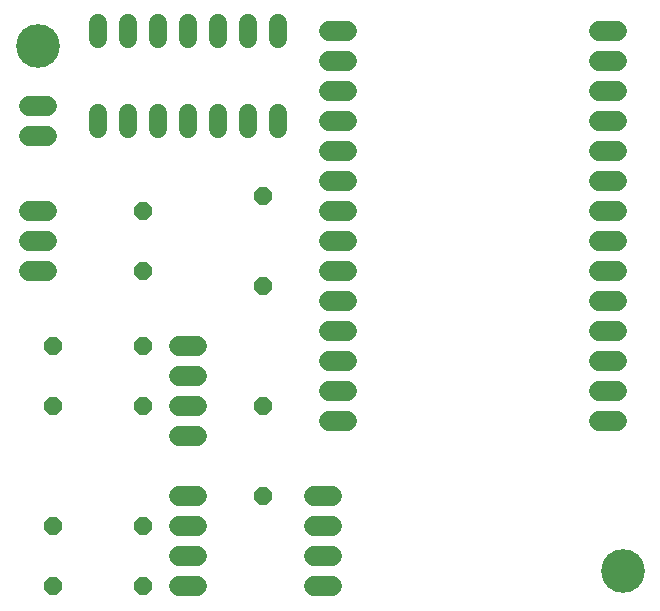
<source format=gbr>
G04 EAGLE Gerber X2 export*
G75*
%MOMM*%
%FSLAX34Y34*%
%LPD*%
%AMOC8*
5,1,8,0,0,1.08239X$1,22.5*%
G01*
%ADD10C,3.703200*%
%ADD11P,1.649562X8X112.500000*%
%ADD12C,1.524000*%
%ADD13C,1.727200*%
%ADD14P,1.649562X8X292.500000*%
%ADD15P,1.649562X8X22.500000*%


D10*
X38100Y482600D03*
X533400Y38100D03*
D11*
X127000Y292100D03*
X127000Y342900D03*
D12*
X241300Y488696D02*
X241300Y501904D01*
X215900Y501904D02*
X215900Y488696D01*
X88900Y488696D02*
X88900Y501904D01*
X88900Y425704D02*
X88900Y412496D01*
X190500Y488696D02*
X190500Y501904D01*
X165100Y501904D02*
X165100Y488696D01*
X114300Y488696D02*
X114300Y501904D01*
X139700Y501904D02*
X139700Y488696D01*
X114300Y425704D02*
X114300Y412496D01*
X139700Y412496D02*
X139700Y425704D01*
X165100Y425704D02*
X165100Y412496D01*
X190500Y412496D02*
X190500Y425704D01*
X215900Y425704D02*
X215900Y412496D01*
X241300Y412496D02*
X241300Y425704D01*
D13*
X284480Y495300D02*
X299720Y495300D01*
X299720Y469900D02*
X284480Y469900D01*
X284480Y444500D02*
X299720Y444500D01*
X299720Y419100D02*
X284480Y419100D01*
X284480Y393700D02*
X299720Y393700D01*
X299720Y368300D02*
X284480Y368300D01*
X284480Y342900D02*
X299720Y342900D01*
X299720Y317500D02*
X284480Y317500D01*
X284480Y292100D02*
X299720Y292100D01*
X299720Y266700D02*
X284480Y266700D01*
X284480Y241300D02*
X299720Y241300D01*
X299720Y215900D02*
X284480Y215900D01*
X284480Y190500D02*
X299720Y190500D01*
X299720Y165100D02*
X284480Y165100D01*
X513080Y495300D02*
X528320Y495300D01*
X528320Y469900D02*
X513080Y469900D01*
X513080Y444500D02*
X528320Y444500D01*
X528320Y419100D02*
X513080Y419100D01*
X513080Y393700D02*
X528320Y393700D01*
X528320Y368300D02*
X513080Y368300D01*
X513080Y342900D02*
X528320Y342900D01*
X528320Y317500D02*
X513080Y317500D01*
X513080Y292100D02*
X528320Y292100D01*
X528320Y266700D02*
X513080Y266700D01*
X513080Y241300D02*
X528320Y241300D01*
X528320Y215900D02*
X513080Y215900D01*
X513080Y190500D02*
X528320Y190500D01*
X528320Y165100D02*
X513080Y165100D01*
X172720Y152400D02*
X157480Y152400D01*
X157480Y177800D02*
X172720Y177800D01*
X172720Y203200D02*
X157480Y203200D01*
X157480Y228600D02*
X172720Y228600D01*
X172720Y25400D02*
X157480Y25400D01*
X157480Y50800D02*
X172720Y50800D01*
X172720Y76200D02*
X157480Y76200D01*
X157480Y101600D02*
X172720Y101600D01*
X271780Y101600D02*
X287020Y101600D01*
X287020Y76200D02*
X271780Y76200D01*
X271780Y50800D02*
X287020Y50800D01*
X287020Y25400D02*
X271780Y25400D01*
X45720Y406400D02*
X30480Y406400D01*
X30480Y431800D02*
X45720Y431800D01*
X45720Y292100D02*
X30480Y292100D01*
X30480Y317500D02*
X45720Y317500D01*
X45720Y342900D02*
X30480Y342900D01*
D11*
X228600Y279400D03*
X228600Y355600D03*
D14*
X228600Y177800D03*
X228600Y101600D03*
D15*
X50800Y177800D03*
X127000Y177800D03*
X50800Y25400D03*
X127000Y25400D03*
X50800Y228600D03*
X127000Y228600D03*
X50800Y76200D03*
X127000Y76200D03*
M02*

</source>
